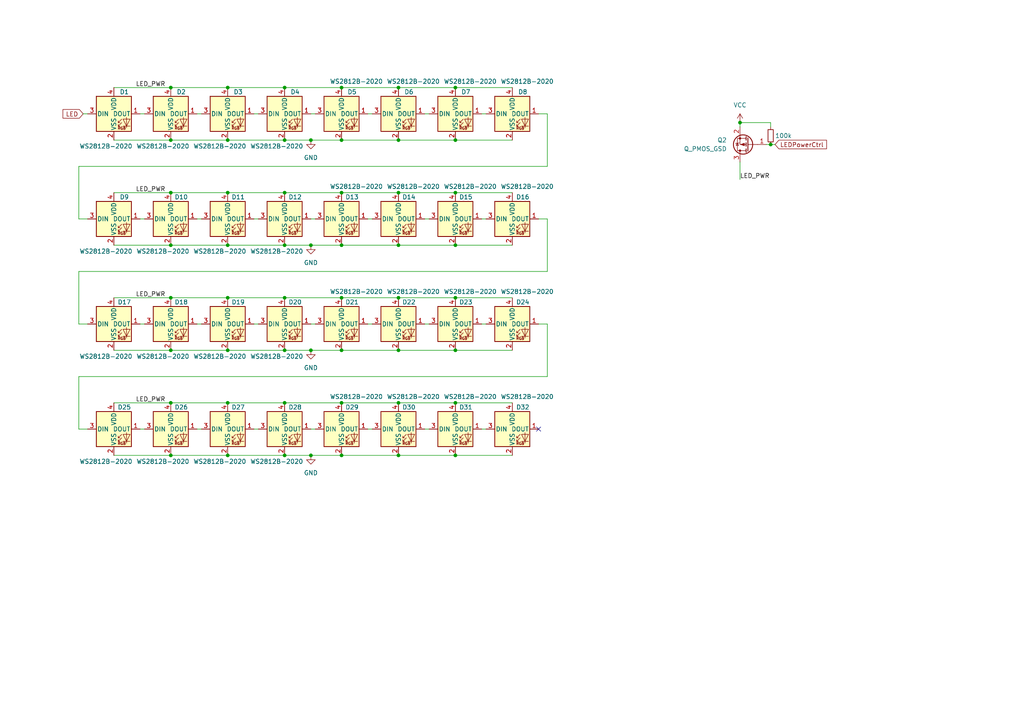
<source format=kicad_sch>
(kicad_sch (version 20231120) (generator "eeschema") (generator_version "8.0")
  (paper "A4")
  (lib_symbols
    (symbol "Device:Q_PMOS_GSD" (pin_names (offset 0) hide)
      (property "Reference" "Q" (at 5.08 1.27 0))
      (property "Value" "Q_PMOS_GSD" (at 5.08 -1.27 0))
      (symbol "Q_PMOS_GSD_0_1"
        (polyline (pts (xy 0.254 0) (xy -2.54 0)))
        (polyline (pts (xy 0.254 1.905) (xy 0.254 -1.905)) (stroke (width 0.254)))
        (polyline (pts (xy 0.762 -1.27) (xy 0.762 -2.286)) (stroke (width 0.254)))
        (polyline (pts (xy 0.762 0.508) (xy 0.762 -0.508)) (stroke (width 0.254)))
        (polyline (pts (xy 0.762 2.286) (xy 0.762 1.27)) (stroke (width 0.254)))
        (polyline (pts (xy 2.54 2.54) (xy 2.54 1.778)))
        (polyline (pts (xy 2.54 -2.54) (xy 2.54 0) (xy 0.762 0)))
        (polyline (pts (xy 0.762 1.778) (xy 3.302 1.778) (xy 3.302 -1.778) (xy 0.762 -1.778)))
        (polyline (pts (xy 2.286 0) (xy 1.27 0.381) (xy 1.27 -0.381) (xy 2.286 0)) (fill (type outline)))
        (polyline (pts (xy 2.794 -0.508) (xy 2.921 -0.381) (xy 3.683 -0.381) (xy 3.81 -0.254)))
        (polyline (pts (xy 3.302 -0.381) (xy 2.921 0.254) (xy 3.683 0.254) (xy 3.302 -0.381)))
        (circle (center 1.651 0) (radius 2.794) (stroke (width 0.254)))
        (circle (center 2.54 -1.778) (radius 0.254) (fill (type outline)))
        (circle (center 2.54 1.778) (radius 0.254) (fill (type outline)))
      )
      (symbol "Q_PMOS_GSD_1_1"
        (pin input line (at -5.08 0 0) (length 2.54) (name "G") (number "1"))
        (pin passive line (at 2.54 -5.08 90) (length 2.54) (name "S") (number "2"))
        (pin passive line (at 2.54 5.08 270) (length 2.54) (name "D") (number "3"))
      )
    )
    (symbol "Device:R_Small" (pin_numbers hide) (pin_names (offset 0.254) hide)
      (property "Reference" "R" (at 0.762 0.508 0))
      (property "Value" "R_Small" (at 0.762 -1.016 0))
      (symbol "R_Small_0_1"
        (rectangle (start -0.762 1.778) (end 0.762 -1.778) (stroke (width 0.2032)))
      )
      (symbol "R_Small_1_1"
        (pin passive line (at 0 2.54 270) (length 0.762) (name "~") (number "1"))
        (pin passive line (at 0 -2.54 90) (length 0.762) (name "~") (number "2"))
      )
    )
    (symbol "LED:WS2812B-2020" (pin_names (offset 0.254))
      (property "Reference" "D" (at 5.08 5.715 0))
      (property "Value" "WS2812B-2020" (at 1.27 -5.715 0))
      (symbol "WS2812B-2020_0_0"
        (text "RGB" (at 2.286 -4.191 0) (effects (font (size 0.762 0.762))))
      )
      (symbol "WS2812B-2020_0_1"
        (polyline (pts (xy 1.27 -3.556) (xy 1.778 -3.556)))
        (polyline (pts (xy 1.27 -2.54) (xy 1.778 -2.54)))
        (polyline (pts (xy 4.699 -3.556) (xy 2.667 -3.556)))
        (polyline (pts (xy 2.286 -2.54) (xy 1.27 -3.556) (xy 1.27 -3.048)))
        (polyline (pts (xy 2.286 -1.524) (xy 1.27 -2.54) (xy 1.27 -2.032)))
        (polyline (pts (xy 3.683 -1.016) (xy 3.683 -3.556) (xy 3.683 -4.064)))
        (polyline (pts (xy 4.699 -1.524) (xy 2.667 -1.524) (xy 3.683 -3.556) (xy 4.699 -1.524)))
        (rectangle (start 5.08 5.08) (end -5.08 -5.08) (stroke (width 0.254)) (fill (type background)))
      )
      (symbol "WS2812B-2020_1_1"
        (pin output line (at 7.62 0 180) (length 2.54) (name "DOUT") (number "1"))
        (pin power_in line (at 0 -7.62 90) (length 2.54) (name "VSS") (number "2"))
        (pin input line (at -7.62 0 0) (length 2.54) (name "DIN") (number "3"))
        (pin power_in line (at 0 7.62 270) (length 2.54) (name "VDD") (number "4"))
      )
    )
    (symbol "power:GND" (power) (pin_numbers hide) (pin_names (offset 0) hide)
      (property "Value" "GND" (at 0 -3.81 0))
      (symbol "GND_0_1"
        (polyline (pts (xy 0 0) (xy 0 -1.27) (xy 1.27 -1.27) (xy 0 -2.54) (xy -1.27 -1.27) (xy 0 -1.27)))
      )
      (symbol "GND_1_1"
        (pin power_in line (at 0 0 270) (length 0) (name "~") (number "1"))
      )
    )
    (symbol "power:VCC" (power) (pin_numbers hide) (pin_names (offset 0) hide)
      (property "Value" "VCC" (at 0 3.556 0))
      (symbol "VCC_0_1"
        (polyline (pts (xy -0.762 1.27) (xy 0 2.54)))
        (polyline (pts (xy 0 0) (xy 0 2.54)))
        (polyline (pts (xy 0 2.54) (xy 0.762 1.27)))
      )
      (symbol "VCC_1_1"
        (pin power_in line (at 0 0 90) (length 0) (name "~") (number "1"))
      )
    )
  )
  (junction (at 66.04 40.64))
  (junction (at 132.08 40.64))
  (junction (at 99.06 55.88))
  (junction (at 90.17 101.6))
  (junction (at 115.57 40.64))
  (junction (at 132.08 71.12))
  (junction (at 99.06 132.08))
  (junction (at 115.57 101.6))
  (junction (at 115.57 86.36))
  (junction (at 49.53 132.08))
  (junction (at 132.08 101.6))
  (junction (at 66.04 25.4))
  (junction (at 49.53 55.88))
  (junction (at 99.06 40.64))
  (junction (at 115.57 55.88))
  (junction (at 49.53 25.4))
  (junction (at 66.04 101.6))
  (junction (at 132.08 86.36))
  (junction (at 82.55 116.84))
  (junction (at 132.08 132.08))
  (junction (at 115.57 71.12))
  (junction (at 66.04 132.08))
  (junction (at 82.55 55.88))
  (junction (at 66.04 116.84))
  (junction (at 99.06 25.4))
  (junction (at 99.06 86.36))
  (junction (at 49.53 71.12))
  (junction (at 115.57 25.4))
  (junction (at 82.55 25.4))
  (junction (at 82.55 132.08))
  (junction (at 49.53 116.84))
  (junction (at 66.04 55.88))
  (junction (at 49.53 86.36))
  (junction (at 82.55 101.6))
  (junction (at 115.57 116.84))
  (junction (at 82.55 40.64))
  (junction (at 49.53 101.6))
  (junction (at 49.53 40.64))
  (junction (at 66.04 86.36))
  (junction (at 132.08 55.88))
  (junction (at 82.55 86.36))
  (junction (at 82.55 71.12))
  (junction (at 90.17 71.12))
  (junction (at 132.08 116.84))
  (junction (at 90.17 40.64))
  (junction (at 66.04 71.12))
  (junction (at 99.06 101.6))
  (junction (at 223.52 41.91))
  (junction (at 90.17 132.08))
  (junction (at 99.06 71.12))
  (junction (at 132.08 25.4))
  (junction (at 115.57 132.08))
  (junction (at 99.06 116.84))
  (junction (at 214.63 35.56))
  (no_connect (at 156.21 124.46))
  (wire (pts (xy 24.13 33.02) (xy 25.4 33.02)))
  (wire (pts (xy 82.55 132.08) (xy 90.17 132.08)))
  (wire (pts (xy 158.75 109.22) (xy 22.86 109.22)))
  (wire (pts (xy 40.64 33.02) (xy 41.91 33.02)))
  (wire (pts (xy 139.7 33.02) (xy 140.97 33.02)))
  (wire (pts (xy 73.66 33.02) (xy 74.93 33.02)))
  (wire (pts (xy 90.17 71.12) (xy 99.06 71.12)))
  (wire (pts (xy 115.57 55.88) (xy 132.08 55.88)))
  (wire (pts (xy 132.08 86.36) (xy 148.59 86.36)))
  (wire (pts (xy 57.15 93.98) (xy 58.42 93.98)))
  (wire (pts (xy 40.64 63.5) (xy 41.91 63.5)))
  (wire (pts (xy 90.17 132.08) (xy 99.06 132.08)))
  (wire (pts (xy 22.86 109.22) (xy 22.86 124.46)))
  (wire (pts (xy 99.06 86.36) (xy 115.57 86.36)))
  (wire (pts (xy 90.17 124.46) (xy 91.44 124.46)))
  (wire (pts (xy 49.53 116.84) (xy 66.04 116.84)))
  (wire (pts (xy 222.25 41.91) (xy 223.52 41.91)))
  (wire (pts (xy 99.06 71.12) (xy 115.57 71.12)))
  (wire (pts (xy 22.86 93.98) (xy 25.4 93.98)))
  (wire (pts (xy 40.64 124.46) (xy 41.91 124.46)))
  (wire (pts (xy 132.08 101.6) (xy 148.59 101.6)))
  (wire (pts (xy 99.06 132.08) (xy 115.57 132.08)))
  (wire (pts (xy 99.06 116.84) (xy 115.57 116.84)))
  (wire (pts (xy 123.19 93.98) (xy 124.46 93.98)))
  (wire (pts (xy 115.57 86.36) (xy 132.08 86.36)))
  (wire (pts (xy 82.55 55.88) (xy 99.06 55.88)))
  (wire (pts (xy 158.75 33.02) (xy 158.75 48.26)))
  (wire (pts (xy 49.53 71.12) (xy 66.04 71.12)))
  (wire (pts (xy 33.02 132.08) (xy 49.53 132.08)))
  (wire (pts (xy 33.02 25.4) (xy 49.53 25.4)))
  (wire (pts (xy 66.04 86.36) (xy 82.55 86.36)))
  (wire (pts (xy 82.55 25.4) (xy 99.06 25.4)))
  (wire (pts (xy 57.15 124.46) (xy 58.42 124.46)))
  (wire (pts (xy 49.53 55.88) (xy 66.04 55.88)))
  (wire (pts (xy 49.53 101.6) (xy 66.04 101.6)))
  (wire (pts (xy 49.53 40.64) (xy 66.04 40.64)))
  (wire (pts (xy 214.63 36.83) (xy 214.63 35.56)))
  (wire (pts (xy 82.55 101.6) (xy 90.17 101.6)))
  (wire (pts (xy 82.55 40.64) (xy 90.17 40.64)))
  (wire (pts (xy 49.53 25.4) (xy 66.04 25.4)))
  (wire (pts (xy 132.08 40.64) (xy 148.59 40.64)))
  (wire (pts (xy 66.04 40.64) (xy 82.55 40.64)))
  (wire (pts (xy 66.04 25.4) (xy 82.55 25.4)))
  (wire (pts (xy 132.08 116.84) (xy 148.59 116.84)))
  (wire (pts (xy 33.02 86.36) (xy 49.53 86.36)))
  (wire (pts (xy 115.57 25.4) (xy 132.08 25.4)))
  (wire (pts (xy 66.04 132.08) (xy 82.55 132.08)))
  (wire (pts (xy 66.04 116.84) (xy 82.55 116.84)))
  (wire (pts (xy 90.17 33.02) (xy 91.44 33.02)))
  (wire (pts (xy 156.21 33.02) (xy 158.75 33.02)))
  (wire (pts (xy 132.08 132.08) (xy 148.59 132.08)))
  (wire (pts (xy 99.06 101.6) (xy 115.57 101.6)))
  (wire (pts (xy 158.75 93.98) (xy 158.75 109.22)))
  (wire (pts (xy 22.86 48.26) (xy 22.86 63.5)))
  (wire (pts (xy 66.04 71.12) (xy 82.55 71.12)))
  (wire (pts (xy 22.86 78.74) (xy 22.86 93.98)))
  (wire (pts (xy 73.66 93.98) (xy 74.93 93.98)))
  (wire (pts (xy 33.02 101.6) (xy 49.53 101.6)))
  (wire (pts (xy 139.7 93.98) (xy 140.97 93.98)))
  (wire (pts (xy 214.63 35.56) (xy 223.52 35.56)))
  (wire (pts (xy 90.17 63.5) (xy 91.44 63.5)))
  (wire (pts (xy 106.68 63.5) (xy 107.95 63.5)))
  (wire (pts (xy 22.86 124.46) (xy 25.4 124.46)))
  (wire (pts (xy 82.55 71.12) (xy 90.17 71.12)))
  (wire (pts (xy 106.68 93.98) (xy 107.95 93.98)))
  (wire (pts (xy 49.53 132.08) (xy 66.04 132.08)))
  (wire (pts (xy 40.64 93.98) (xy 41.91 93.98)))
  (wire (pts (xy 66.04 55.88) (xy 82.55 55.88)))
  (wire (pts (xy 115.57 101.6) (xy 132.08 101.6)))
  (wire (pts (xy 156.21 63.5) (xy 158.75 63.5)))
  (wire (pts (xy 99.06 55.88) (xy 115.57 55.88)))
  (wire (pts (xy 106.68 33.02) (xy 107.95 33.02)))
  (wire (pts (xy 57.15 33.02) (xy 58.42 33.02)))
  (wire (pts (xy 158.75 78.74) (xy 22.86 78.74)))
  (wire (pts (xy 99.06 40.64) (xy 115.57 40.64)))
  (wire (pts (xy 33.02 55.88) (xy 49.53 55.88)))
  (wire (pts (xy 73.66 63.5) (xy 74.93 63.5)))
  (wire (pts (xy 123.19 33.02) (xy 124.46 33.02)))
  (wire (pts (xy 123.19 63.5) (xy 124.46 63.5)))
  (wire (pts (xy 90.17 93.98) (xy 91.44 93.98)))
  (wire (pts (xy 214.63 46.99) (xy 214.63 52.07)))
  (wire (pts (xy 22.86 63.5) (xy 25.4 63.5)))
  (wire (pts (xy 99.06 25.4) (xy 115.57 25.4)))
  (wire (pts (xy 132.08 71.12) (xy 148.59 71.12)))
  (wire (pts (xy 223.52 35.56) (xy 223.52 36.83)))
  (wire (pts (xy 33.02 71.12) (xy 49.53 71.12)))
  (wire (pts (xy 66.04 101.6) (xy 82.55 101.6)))
  (wire (pts (xy 33.02 40.64) (xy 49.53 40.64)))
  (wire (pts (xy 82.55 116.84) (xy 99.06 116.84)))
  (wire (pts (xy 115.57 132.08) (xy 132.08 132.08)))
  (wire (pts (xy 223.52 41.91) (xy 224.79 41.91)))
  (wire (pts (xy 123.19 124.46) (xy 124.46 124.46)))
  (wire (pts (xy 90.17 40.64) (xy 99.06 40.64)))
  (wire (pts (xy 106.68 124.46) (xy 107.95 124.46)))
  (wire (pts (xy 57.15 63.5) (xy 58.42 63.5)))
  (wire (pts (xy 115.57 40.64) (xy 132.08 40.64)))
  (wire (pts (xy 158.75 63.5) (xy 158.75 78.74)))
  (wire (pts (xy 158.75 48.26) (xy 22.86 48.26)))
  (wire (pts (xy 33.02 116.84) (xy 49.53 116.84)))
  (wire (pts (xy 90.17 101.6) (xy 99.06 101.6)))
  (wire (pts (xy 115.57 116.84) (xy 132.08 116.84)))
  (wire (pts (xy 156.21 93.98) (xy 158.75 93.98)))
  (wire (pts (xy 132.08 25.4) (xy 148.59 25.4)))
  (wire (pts (xy 115.57 71.12) (xy 132.08 71.12)))
  (wire (pts (xy 132.08 55.88) (xy 148.59 55.88)))
  (wire (pts (xy 73.66 124.46) (xy 74.93 124.46)))
  (wire (pts (xy 49.53 86.36) (xy 66.04 86.36)))
  (wire (pts (xy 139.7 124.46) (xy 140.97 124.46)))
  (wire (pts (xy 82.55 86.36) (xy 99.06 86.36)))
  (wire (pts (xy 139.7 63.5) (xy 140.97 63.5)))
  (label "LED_PWR" (at 39.37 55.88 0))
  (label "LED_PWR" (at 39.37 116.84 0))
  (label "LED_PWR" (at 214.63 52.07 0))
  (label "LED_PWR" (at 39.37 86.36 0))
  (label "LED_PWR" (at 39.37 25.4 0))
  (global_label "LEDPowerCtrl" (shape input) (at 224.79 41.91 0) (property "Intersheetrefs" "${INTERSHEET_REFS}" (effects (hide yes))))
  (global_label "LED" (shape input) (at 24.13 33.02 180) (property "Intersheetrefs" "${INTERSHEET_REFS}" (effects (hide yes))))
  (symbol (lib_id "power:GND") (at 90.17 132.08 0) (unit 1)
    (property "Reference" "#PWR054" (effects (hide yes)))
    (property "Value" "GND" (at 90.17 137.16 0))
    (property "Description" "Power symbol creates a global label with name \"GND\" , ground" (effects (hide yes)))
  )
  (symbol (lib_id "LED:WS2812B-2020") (at 33.02 124.46 0) (unit 1)
    (property "Reference" "D25" (at 36.068 118.11 0))
    (property "Value" "WS2812B-2020" (at 30.734 133.858 0))
    (property "Footprint" "LED_SMD:LED_WS2812B-2020_PLCC4_2.0x2.0mm" (effects (hide yes)))
    (property "Datasheet" "https://cdn-shop.adafruit.com/product-files/4684/4684_WS2812B-2020_V1.3_EN.pdf" (effects (hide yes)))
    (property "Description" "RGB LED with integrated controller, 2.0 x 2.0 mm, 12 mA" (effects (hide yes)))
  )
  (symbol (lib_id "power:GND") (at 90.17 71.12 0) (unit 1)
    (property "Reference" "#PWR050" (effects (hide yes)))
    (property "Value" "GND" (at 90.17 76.2 0))
    (property "Description" "Power symbol creates a global label with name \"GND\" , ground" (effects (hide yes)))
  )
  (symbol (lib_id "power:GND") (at 90.17 101.6 0) (unit 1)
    (property "Reference" "#PWR052" (effects (hide yes)))
    (property "Value" "GND" (at 90.17 106.68 0))
    (property "Description" "Power symbol creates a global label with name \"GND\" , ground" (effects (hide yes)))
  )
  (symbol (lib_id "Device:R_Small") (at 223.52 39.37 0) (unit 1)
    (property "Reference" "R9" (effects (hide yes)))
    (property "Value" "100k" (at 224.79 39.37 0) (effects (justify left)))
    (property "Footprint" "Resistor_SMD:R_0402_1005Metric" (effects (hide yes)))
  )
  (symbol (lib_id "LED:WS2812B-2020") (at 49.53 124.46 0) (unit 1)
    (property "Reference" "D26" (at 52.578 118.11 0))
    (property "Value" "WS2812B-2020" (at 47.244 133.858 0))
    (property "Footprint" "LED_SMD:LED_WS2812B-2020_PLCC4_2.0x2.0mm" (effects (hide yes)))
    (property "Datasheet" "https://cdn-shop.adafruit.com/product-files/4684/4684_WS2812B-2020_V1.3_EN.pdf" (effects (hide yes)))
    (property "Description" "RGB LED with integrated controller, 2.0 x 2.0 mm, 12 mA" (effects (hide yes)))
  )
  (symbol (lib_id "LED:WS2812B-2020") (at 99.06 63.5 0) (unit 1)
    (property "Reference" "D13" (at 102.108 57.15 0))
    (property "Value" "WS2812B-2020" (at 103.378 54.102 0))
    (property "Footprint" "LED_SMD:LED_WS2812B-2020_PLCC4_2.0x2.0mm" (effects (hide yes)))
    (property "Datasheet" "https://cdn-shop.adafruit.com/product-files/4684/4684_WS2812B-2020_V1.3_EN.pdf" (effects (hide yes)))
    (property "Description" "RGB LED with integrated controller, 2.0 x 2.0 mm, 12 mA" (effects (hide yes)))
  )
  (symbol (lib_id "LED:WS2812B-2020") (at 99.06 33.02 0) (unit 1)
    (property "Reference" "D5" (at 102.108 26.67 0))
    (property "Value" "WS2812B-2020" (at 103.378 23.622 0))
    (property "Footprint" "LED_SMD:LED_WS2812B-2020_PLCC4_2.0x2.0mm" (effects (hide yes)))
    (property "Datasheet" "https://cdn-shop.adafruit.com/product-files/4684/4684_WS2812B-2020_V1.3_EN.pdf" (effects (hide yes)))
    (property "Description" "RGB LED with integrated controller, 2.0 x 2.0 mm, 12 mA" (effects (hide yes)))
  )
  (symbol (lib_id "LED:WS2812B-2020") (at 115.57 93.98 0) (unit 1)
    (property "Reference" "D22" (at 118.618 87.63 0))
    (property "Value" "WS2812B-2020" (at 119.888 84.582 0))
    (property "Footprint" "LED_SMD:LED_WS2812B-2020_PLCC4_2.0x2.0mm" (effects (hide yes)))
    (property "Datasheet" "https://cdn-shop.adafruit.com/product-files/4684/4684_WS2812B-2020_V1.3_EN.pdf" (effects (hide yes)))
    (property "Description" "RGB LED with integrated controller, 2.0 x 2.0 mm, 12 mA" (effects (hide yes)))
  )
  (symbol (lib_id "LED:WS2812B-2020") (at 132.08 33.02 0) (unit 1)
    (property "Reference" "D7" (at 135.128 26.67 0))
    (property "Value" "WS2812B-2020" (at 136.398 23.622 0))
    (property "Footprint" "LED_SMD:LED_WS2812B-2020_PLCC4_2.0x2.0mm" (effects (hide yes)))
    (property "Datasheet" "https://cdn-shop.adafruit.com/product-files/4684/4684_WS2812B-2020_V1.3_EN.pdf" (effects (hide yes)))
    (property "Description" "RGB LED with integrated controller, 2.0 x 2.0 mm, 12 mA" (effects (hide yes)))
  )
  (symbol (lib_id "LED:WS2812B-2020") (at 33.02 33.02 0) (unit 1)
    (property "Reference" "D1" (at 36.068 26.67 0))
    (property "Value" "WS2812B-2020" (at 30.734 42.418 0))
    (property "Footprint" "LED_SMD:LED_WS2812B-2020_PLCC4_2.0x2.0mm" (effects (hide yes)))
    (property "Datasheet" "https://cdn-shop.adafruit.com/product-files/4684/4684_WS2812B-2020_V1.3_EN.pdf" (effects (hide yes)))
    (property "Description" "RGB LED with integrated controller, 2.0 x 2.0 mm, 12 mA" (effects (hide yes)))
  )
  (symbol (lib_id "LED:WS2812B-2020") (at 66.04 33.02 0) (unit 1)
    (property "Reference" "D3" (at 69.088 26.67 0))
    (property "Value" "WS2812B-2020" (at 63.754 42.418 0))
    (property "Footprint" "LED_SMD:LED_WS2812B-2020_PLCC4_2.0x2.0mm" (effects (hide yes)))
    (property "Datasheet" "https://cdn-shop.adafruit.com/product-files/4684/4684_WS2812B-2020_V1.3_EN.pdf" (effects (hide yes)))
    (property "Description" "RGB LED with integrated controller, 2.0 x 2.0 mm, 12 mA" (effects (hide yes)))
  )
  (symbol (lib_id "LED:WS2812B-2020") (at 66.04 63.5 0) (unit 1)
    (property "Reference" "D11" (at 69.088 57.15 0))
    (property "Value" "WS2812B-2020" (at 63.754 72.898 0))
    (property "Footprint" "LED_SMD:LED_WS2812B-2020_PLCC4_2.0x2.0mm" (effects (hide yes)))
    (property "Datasheet" "https://cdn-shop.adafruit.com/product-files/4684/4684_WS2812B-2020_V1.3_EN.pdf" (effects (hide yes)))
    (property "Description" "RGB LED with integrated controller, 2.0 x 2.0 mm, 12 mA" (effects (hide yes)))
  )
  (symbol (lib_id "LED:WS2812B-2020") (at 49.53 63.5 0) (unit 1)
    (property "Reference" "D10" (at 52.578 57.15 0))
    (property "Value" "WS2812B-2020" (at 47.244 72.898 0))
    (property "Footprint" "LED_SMD:LED_WS2812B-2020_PLCC4_2.0x2.0mm" (effects (hide yes)))
    (property "Datasheet" "https://cdn-shop.adafruit.com/product-files/4684/4684_WS2812B-2020_V1.3_EN.pdf" (effects (hide yes)))
    (property "Description" "RGB LED with integrated controller, 2.0 x 2.0 mm, 12 mA" (effects (hide yes)))
  )
  (symbol (lib_id "LED:WS2812B-2020") (at 115.57 124.46 0) (unit 1)
    (property "Reference" "D30" (at 118.618 118.11 0))
    (property "Value" "WS2812B-2020" (at 119.888 115.062 0))
    (property "Footprint" "LED_SMD:LED_WS2812B-2020_PLCC4_2.0x2.0mm" (effects (hide yes)))
    (property "Datasheet" "https://cdn-shop.adafruit.com/product-files/4684/4684_WS2812B-2020_V1.3_EN.pdf" (effects (hide yes)))
    (property "Description" "RGB LED with integrated controller, 2.0 x 2.0 mm, 12 mA" (effects (hide yes)))
  )
  (symbol (lib_id "LED:WS2812B-2020") (at 82.55 63.5 0) (unit 1)
    (property "Reference" "D12" (at 85.598 57.15 0))
    (property "Value" "WS2812B-2020" (at 80.264 72.898 0))
    (property "Footprint" "LED_SMD:LED_WS2812B-2020_PLCC4_2.0x2.0mm" (effects (hide yes)))
    (property "Datasheet" "https://cdn-shop.adafruit.com/product-files/4684/4684_WS2812B-2020_V1.3_EN.pdf" (effects (hide yes)))
    (property "Description" "RGB LED with integrated controller, 2.0 x 2.0 mm, 12 mA" (effects (hide yes)))
  )
  (symbol (lib_id "LED:WS2812B-2020") (at 49.53 93.98 0) (unit 1)
    (property "Reference" "D18" (at 52.578 87.63 0))
    (property "Value" "WS2812B-2020" (at 47.244 103.378 0))
    (property "Footprint" "LED_SMD:LED_WS2812B-2020_PLCC4_2.0x2.0mm" (effects (hide yes)))
    (property "Datasheet" "https://cdn-shop.adafruit.com/product-files/4684/4684_WS2812B-2020_V1.3_EN.pdf" (effects (hide yes)))
    (property "Description" "RGB LED with integrated controller, 2.0 x 2.0 mm, 12 mA" (effects (hide yes)))
  )
  (symbol (lib_id "LED:WS2812B-2020") (at 99.06 124.46 0) (unit 1)
    (property "Reference" "D29" (at 102.108 118.11 0))
    (property "Value" "WS2812B-2020" (at 103.378 115.062 0))
    (property "Footprint" "LED_SMD:LED_WS2812B-2020_PLCC4_2.0x2.0mm" (effects (hide yes)))
    (property "Datasheet" "https://cdn-shop.adafruit.com/product-files/4684/4684_WS2812B-2020_V1.3_EN.pdf" (effects (hide yes)))
    (property "Description" "RGB LED with integrated controller, 2.0 x 2.0 mm, 12 mA" (effects (hide yes)))
  )
  (symbol (lib_id "LED:WS2812B-2020") (at 132.08 63.5 0) (unit 1)
    (property "Reference" "D15" (at 135.128 57.15 0))
    (property "Value" "WS2812B-2020" (at 136.398 54.102 0))
    (property "Footprint" "LED_SMD:LED_WS2812B-2020_PLCC4_2.0x2.0mm" (effects (hide yes)))
    (property "Datasheet" "https://cdn-shop.adafruit.com/product-files/4684/4684_WS2812B-2020_V1.3_EN.pdf" (effects (hide yes)))
    (property "Description" "RGB LED with integrated controller, 2.0 x 2.0 mm, 12 mA" (effects (hide yes)))
  )
  (symbol (lib_id "LED:WS2812B-2020") (at 66.04 93.98 0) (unit 1)
    (property "Reference" "D19" (at 69.088 87.63 0))
    (property "Value" "WS2812B-2020" (at 63.754 103.378 0))
    (property "Footprint" "LED_SMD:LED_WS2812B-2020_PLCC4_2.0x2.0mm" (effects (hide yes)))
    (property "Datasheet" "https://cdn-shop.adafruit.com/product-files/4684/4684_WS2812B-2020_V1.3_EN.pdf" (effects (hide yes)))
    (property "Description" "RGB LED with integrated controller, 2.0 x 2.0 mm, 12 mA" (effects (hide yes)))
  )
  (symbol (lib_id "LED:WS2812B-2020") (at 115.57 63.5 0) (unit 1)
    (property "Reference" "D14" (at 118.618 57.15 0))
    (property "Value" "WS2812B-2020" (at 119.888 54.102 0))
    (property "Footprint" "LED_SMD:LED_WS2812B-2020_PLCC4_2.0x2.0mm" (effects (hide yes)))
    (property "Datasheet" "https://cdn-shop.adafruit.com/product-files/4684/4684_WS2812B-2020_V1.3_EN.pdf" (effects (hide yes)))
    (property "Description" "RGB LED with integrated controller, 2.0 x 2.0 mm, 12 mA" (effects (hide yes)))
  )
  (symbol (lib_id "LED:WS2812B-2020") (at 82.55 33.02 0) (unit 1)
    (property "Reference" "D4" (at 85.598 26.67 0))
    (property "Value" "WS2812B-2020" (at 80.264 42.418 0))
    (property "Footprint" "LED_SMD:LED_WS2812B-2020_PLCC4_2.0x2.0mm" (effects (hide yes)))
    (property "Datasheet" "https://cdn-shop.adafruit.com/product-files/4684/4684_WS2812B-2020_V1.3_EN.pdf" (effects (hide yes)))
    (property "Description" "RGB LED with integrated controller, 2.0 x 2.0 mm, 12 mA" (effects (hide yes)))
  )
  (symbol (lib_id "LED:WS2812B-2020") (at 148.59 63.5 0) (unit 1)
    (property "Reference" "D16" (at 151.638 57.15 0))
    (property "Value" "WS2812B-2020" (at 152.908 54.102 0))
    (property "Footprint" "LED_SMD:LED_WS2812B-2020_PLCC4_2.0x2.0mm" (effects (hide yes)))
    (property "Datasheet" "https://cdn-shop.adafruit.com/product-files/4684/4684_WS2812B-2020_V1.3_EN.pdf" (effects (hide yes)))
    (property "Description" "RGB LED with integrated controller, 2.0 x 2.0 mm, 12 mA" (effects (hide yes)))
  )
  (symbol (lib_id "LED:WS2812B-2020") (at 82.55 93.98 0) (unit 1)
    (property "Reference" "D20" (at 85.598 87.63 0))
    (property "Value" "WS2812B-2020" (at 80.264 103.378 0))
    (property "Footprint" "LED_SMD:LED_WS2812B-2020_PLCC4_2.0x2.0mm" (effects (hide yes)))
    (property "Datasheet" "https://cdn-shop.adafruit.com/product-files/4684/4684_WS2812B-2020_V1.3_EN.pdf" (effects (hide yes)))
    (property "Description" "RGB LED with integrated controller, 2.0 x 2.0 mm, 12 mA" (effects (hide yes)))
  )
  (symbol (lib_id "LED:WS2812B-2020") (at 132.08 93.98 0) (unit 1)
    (property "Reference" "D23" (at 135.128 87.63 0))
    (property "Value" "WS2812B-2020" (at 136.398 84.582 0))
    (property "Footprint" "LED_SMD:LED_WS2812B-2020_PLCC4_2.0x2.0mm" (effects (hide yes)))
    (property "Datasheet" "https://cdn-shop.adafruit.com/product-files/4684/4684_WS2812B-2020_V1.3_EN.pdf" (effects (hide yes)))
    (property "Description" "RGB LED with integrated controller, 2.0 x 2.0 mm, 12 mA" (effects (hide yes)))
  )
  (symbol (lib_id "LED:WS2812B-2020") (at 66.04 124.46 0) (unit 1)
    (property "Reference" "D27" (at 69.088 118.11 0))
    (property "Value" "WS2812B-2020" (at 63.754 133.858 0))
    (property "Footprint" "LED_SMD:LED_WS2812B-2020_PLCC4_2.0x2.0mm" (effects (hide yes)))
    (property "Datasheet" "https://cdn-shop.adafruit.com/product-files/4684/4684_WS2812B-2020_V1.3_EN.pdf" (effects (hide yes)))
    (property "Description" "RGB LED with integrated controller, 2.0 x 2.0 mm, 12 mA" (effects (hide yes)))
  )
  (symbol (lib_id "LED:WS2812B-2020") (at 148.59 93.98 0) (unit 1)
    (property "Reference" "D24" (at 151.638 87.63 0))
    (property "Value" "WS2812B-2020" (at 152.908 84.582 0))
    (property "Footprint" "LED_SMD:LED_WS2812B-2020_PLCC4_2.0x2.0mm" (effects (hide yes)))
    (property "Datasheet" "https://cdn-shop.adafruit.com/product-files/4684/4684_WS2812B-2020_V1.3_EN.pdf" (effects (hide yes)))
    (property "Description" "RGB LED with integrated controller, 2.0 x 2.0 mm, 12 mA" (effects (hide yes)))
  )
  (symbol (lib_id "LED:WS2812B-2020") (at 33.02 93.98 0) (unit 1)
    (property "Reference" "D17" (at 36.068 87.63 0))
    (property "Value" "WS2812B-2020" (at 30.734 103.378 0))
    (property "Footprint" "LED_SMD:LED_WS2812B-2020_PLCC4_2.0x2.0mm" (effects (hide yes)))
    (property "Datasheet" "https://cdn-shop.adafruit.com/product-files/4684/4684_WS2812B-2020_V1.3_EN.pdf" (effects (hide yes)))
    (property "Description" "RGB LED with integrated controller, 2.0 x 2.0 mm, 12 mA" (effects (hide yes)))
  )
  (symbol (lib_id "LED:WS2812B-2020") (at 82.55 124.46 0) (unit 1)
    (property "Reference" "D28" (at 85.598 118.11 0))
    (property "Value" "WS2812B-2020" (at 80.264 133.858 0))
    (property "Footprint" "LED_SMD:LED_WS2812B-2020_PLCC4_2.0x2.0mm" (effects (hide yes)))
    (property "Datasheet" "https://cdn-shop.adafruit.com/product-files/4684/4684_WS2812B-2020_V1.3_EN.pdf" (effects (hide yes)))
    (property "Description" "RGB LED with integrated controller, 2.0 x 2.0 mm, 12 mA" (effects (hide yes)))
  )
  (symbol (lib_id "Device:Q_PMOS_GSD") (at 217.17 41.91 180) (unit 1)
    (property "Reference" "Q2" (at 210.82 40.64 0) (effects (justify left)))
    (property "Value" "Q_PMOS_GSD" (at 210.82 43.18 0) (effects (justify left)))
    (property "Footprint" "Package_TO_SOT_SMD:SOT-23" (effects (hide yes)))
  )
  (symbol (lib_id "power:VCC") (at 214.63 35.56 0) (unit 1)
    (property "Reference" "#PWR018" (effects (hide yes)))
    (property "Value" "VCC" (at 214.63 30.48 0))
    (property "Description" "Power symbol creates a global label with name \"VCC\"" (effects (hide yes)))
  )
  (symbol (lib_id "LED:WS2812B-2020") (at 148.59 124.46 0) (unit 1)
    (property "Reference" "D32" (at 151.638 118.11 0))
    (property "Value" "WS2812B-2020" (at 152.908 115.062 0))
    (property "Footprint" "LED_SMD:LED_WS2812B-2020_PLCC4_2.0x2.0mm" (effects (hide yes)))
    (property "Datasheet" "https://cdn-shop.adafruit.com/product-files/4684/4684_WS2812B-2020_V1.3_EN.pdf" (effects (hide yes)))
    (property "Description" "RGB LED with integrated controller, 2.0 x 2.0 mm, 12 mA" (effects (hide yes)))
  )
  (symbol (lib_id "LED:WS2812B-2020") (at 132.08 124.46 0) (unit 1)
    (property "Reference" "D31" (at 135.128 118.11 0))
    (property "Value" "WS2812B-2020" (at 136.398 115.062 0))
    (property "Footprint" "LED_SMD:LED_WS2812B-2020_PLCC4_2.0x2.0mm" (effects (hide yes)))
    (property "Datasheet" "https://cdn-shop.adafruit.com/product-files/4684/4684_WS2812B-2020_V1.3_EN.pdf" (effects (hide yes)))
    (property "Description" "RGB LED with integrated controller, 2.0 x 2.0 mm, 12 mA" (effects (hide yes)))
  )
  (symbol (lib_id "LED:WS2812B-2020") (at 115.57 33.02 0) (unit 1)
    (property "Reference" "D6" (at 118.618 26.67 0))
    (property "Value" "WS2812B-2020" (at 119.888 23.622 0))
    (property "Footprint" "LED_SMD:LED_WS2812B-2020_PLCC4_2.0x2.0mm" (effects (hide yes)))
    (property "Datasheet" "https://cdn-shop.adafruit.com/product-files/4684/4684_WS2812B-2020_V1.3_EN.pdf" (effects (hide yes)))
    (property "Description" "RGB LED with integrated controller, 2.0 x 2.0 mm, 12 mA" (effects (hide yes)))
  )
  (symbol (lib_id "LED:WS2812B-2020") (at 49.53 33.02 0) (unit 1)
    (property "Reference" "D2" (at 52.578 26.67 0))
    (property "Value" "WS2812B-2020" (at 47.244 42.418 0))
    (property "Footprint" "LED_SMD:LED_WS2812B-2020_PLCC4_2.0x2.0mm" (effects (hide yes)))
    (property "Datasheet" "https://cdn-shop.adafruit.com/product-files/4684/4684_WS2812B-2020_V1.3_EN.pdf" (effects (hide yes)))
    (property "Description" "RGB LED with integrated controller, 2.0 x 2.0 mm, 12 mA" (effects (hide yes)))
  )
  (symbol (lib_id "LED:WS2812B-2020") (at 33.02 63.5 0) (unit 1)
    (property "Reference" "D9" (at 36.068 57.15 0))
    (property "Value" "WS2812B-2020" (at 30.734 72.898 0))
    (property "Footprint" "LED_SMD:LED_WS2812B-2020_PLCC4_2.0x2.0mm" (effects (hide yes)))
    (property "Datasheet" "https://cdn-shop.adafruit.com/product-files/4684/4684_WS2812B-2020_V1.3_EN.pdf" (effects (hide yes)))
    (property "Description" "RGB LED with integrated controller, 2.0 x 2.0 mm, 12 mA" (effects (hide yes)))
  )
  (symbol (lib_id "LED:WS2812B-2020") (at 99.06 93.98 0) (unit 1)
    (property "Reference" "D21" (at 102.108 87.63 0))
    (property "Value" "WS2812B-2020" (at 103.378 84.582 0))
    (property "Footprint" "LED_SMD:LED_WS2812B-2020_PLCC4_2.0x2.0mm" (effects (hide yes)))
    (property "Datasheet" "https://cdn-shop.adafruit.com/product-files/4684/4684_WS2812B-2020_V1.3_EN.pdf" (effects (hide yes)))
    (property "Description" "RGB LED with integrated controller, 2.0 x 2.0 mm, 12 mA" (effects (hide yes)))
  )
  (symbol (lib_id "power:GND") (at 90.17 40.64 0) (unit 1)
    (property "Reference" "#PWR025" (effects (hide yes)))
    (property "Value" "GND" (at 90.17 45.72 0))
    (property "Description" "Power symbol creates a global label with name \"GND\" , ground" (effects (hide yes)))
  )
  (symbol (lib_id "LED:WS2812B-2020") (at 148.59 33.02 0) (unit 1)
    (property "Reference" "D8" (at 151.638 26.67 0))
    (property "Value" "WS2812B-2020" (at 152.908 23.622 0))
    (property "Footprint" "LED_SMD:LED_WS2812B-2020_PLCC4_2.0x2.0mm" (effects (hide yes)))
    (property "Datasheet" "https://cdn-shop.adafruit.com/product-files/4684/4684_WS2812B-2020_V1.3_EN.pdf" (effects (hide yes)))
    (property "Description" "RGB LED with integrated controller, 2.0 x 2.0 mm, 12 mA" (effects (hide yes)))
  )
)
</source>
